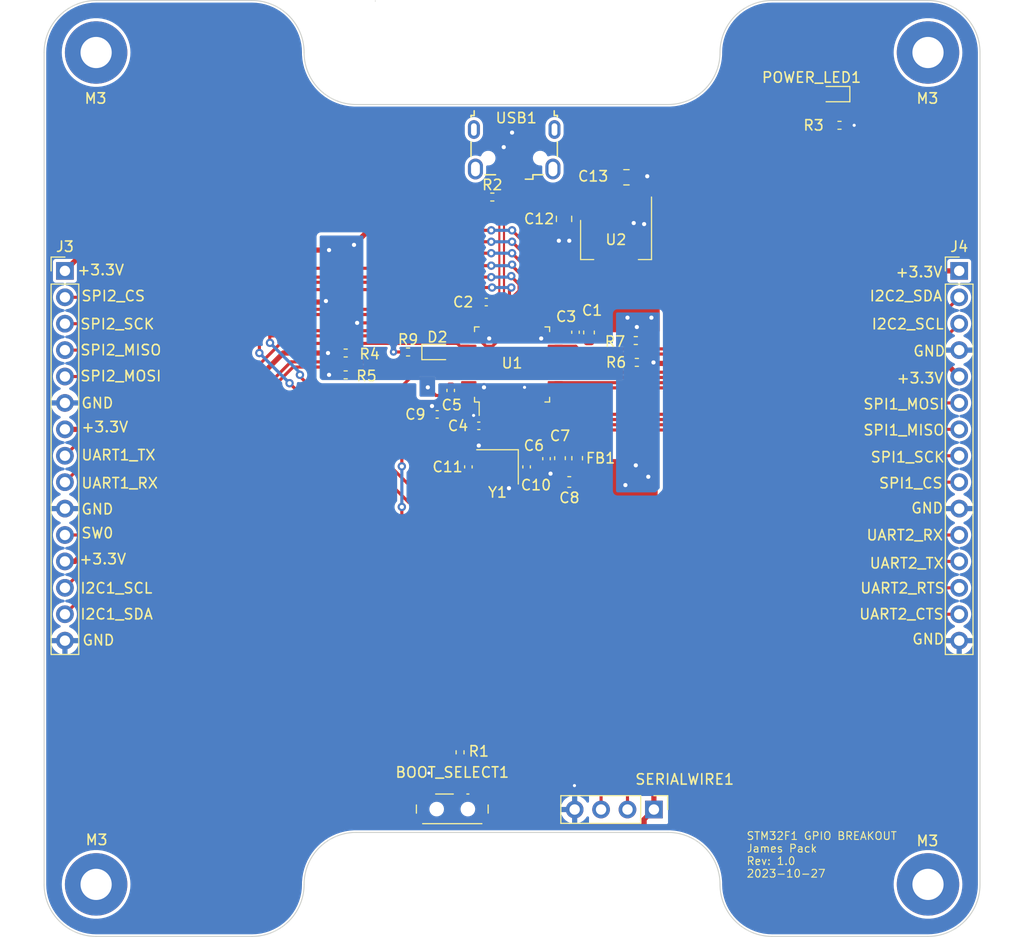
<source format=kicad_pcb>
(kicad_pcb (version 20221018) (generator pcbnew)
  (title_block (title "STM32F1 GPIO Breakout Board") (date "2023-10-27") (rev "1.0") (company "James Pack"))
  (layers (0 "F.Cu" signal) (31 "B.Cu" power) (34 "B.Paste" user) (35 "F.Paste" user) (36 "B.SilkS" user "B.Silkscreen") (37 "F.SilkS" user "F.Silkscreen") (38 "B.Mask" user) (39 "F.Mask" user) (44 "Edge.Cuts" user))
  (net 0 "")
  (net 1 "+3.3V")
  (net 2 "GND")
  (net 3 "+3.3VA")
  (net 4 "/NRST")
  (net 5 "HSE_IN")
  (net 6 "VBUS")
  (net 7 "/PWR_LED_K")
  (net 8 "/DEBUG_LED")
  (net 9 "/DEBUG_LED_K")
  (net 10 "USB_D-")
  (net 11 "USB_D+")
  (net 12 "SW0")
  (net 13 "/sw_boot0")
  (net 14 "/BOOT0")
  (net 15 "HSE_OUT")
  (net 16 "SWCLK")
  (net 17 "SWDIO")
  (net 20 "I2C1_SDA")
  (net 21 "I2C1_SCL")
  (net 24 "UART1_RX")
  (net 25 "UART1_TX")
  (net 27 "SPI2_MOSI")
  (net 28 "SPI2_MISO")
  (net 29 "SPI2_SCK")
  (net 30 "I2C2_SDA")
  (net 31 "I2C2_SCL")
  (net 35 "SPI1_MOSI")
  (net 36 "SPI1_MISO")
  (net 37 "SPI1_SCK")
  (net 41 "UART2_RX")
  (net 42 "UART2_TX")
  (net 43 "UART2_RTS")
  (net 44 "UART2_CTS")
  (net 45 "SPI2_CS")
  (net 46 "SPI1_CS")
  (footprint "MountingHole:MountingHole_3mm_Pad" (layer "F.Cu") (at 185 65)
    (fp_text reference "H2" hide)
    (fp_text value "MountingHole")
  )
  (footprint "MountingHole:MountingHole_3mm_Pad" (layer "F.Cu") (at 105 65)
    (fp_text reference "H1" hide)
    (fp_text value "MountingHole")
  )
  (footprint "MountingHole:MountingHole_3mm_Pad" (layer "F.Cu") (at 185 145)
    (fp_text reference "H3" hide)
    (fp_text value "MountingHole")
  )
  (footprint "Package_TO_SOT_SMD:SOT-223-3_TabPin2" (layer "F.Cu") (at 155 83 -90)
    (fp_text reference "U2")
    (fp_text value "AMS1117-3.3")
  )
  (footprint "Resistor_SMD:R_0402_1005Metric" (layer "F.Cu") (at 129 93.9)
    (fp_text reference "R4")
    (fp_text value "1k5")
  )
  (footprint "LED_SMD:LED_0603_1608Metric" (layer "F.Cu") (at 137.8125 93.8)
    (fp_text reference "D2")
    (fp_text value "BLUE")
  )
  (footprint "Capacitor_SMD:C_0402_1005Metric" (layer "F.Cu") (at 146.4 104.85 -90)
    (fp_text reference "C10")
    (fp_text value "10p")
  )
  (footprint "Inductor_SMD:L_0603_1608Metric" (layer "F.Cu") (at 151.262 104.014 -90)
    (fp_text reference "FB1")
    (fp_text value "120R")
  )
  (footprint "Resistor_SMD:R_0402_1005Metric" (layer "F.Cu") (at 129 96)
    (fp_text reference "R5")
    (fp_text value "1k5")
  )
  (footprint "Connector_USB:USB_Micro-B_Wuerth_629105150521" (layer "F.Cu") (at 145.205 74.355 180)
    (fp_text reference "USB1")
    (fp_text value "USB_B_Micro")
  )
  (footprint "Capacitor_SMD:C_0603_1608Metric" (layer "F.Cu") (at 152.4 91.925 -90)
    (fp_text reference "C1")
    (fp_text value "10u")
  )
  (footprint "Resistor_SMD:R_0402_1005Metric" (layer "F.Cu") (at 135 93.8 180)
    (fp_text reference "R9")
    (fp_text value "1k5")
  )
  (footprint "Crystal:Crystal_SMD_3225-4Pin_3.2x2.5mm" (layer "F.Cu") (at 143.6 104.85 180)
    (fp_text reference "Y1")
    (fp_text value "16MHz")
  )
  (footprint "Resistor_SMD:R_0402_1005Metric" (layer "F.Cu") (at 176.49 72)
    (fp_text reference "R3")
    (fp_text value "1k5")
  )
  (footprint "Package_QFP:LQFP-48_7x7mm_P0.5mm" (layer "F.Cu") (at 145 95 90)
    (fp_text reference "U1")
    (fp_text value "STM32F103C8T6")
  )
  (footprint "Capacitor_SMD:C_0603_1608Metric" (layer "F.Cu") (at 150.5 106.3 180)
    (fp_text reference "C8")
    (fp_text value "1u")
  )
  (footprint "Capacitor_SMD:C_0402_1005Metric" (layer "F.Cu") (at 141.8 100.9 180)
    (fp_text reference "C4")
    (fp_text value "100n")
  )
  (footprint "Capacitor_SMD:C_0603_1608Metric" (layer "F.Cu") (at 149.611 104.014 -90)
    (fp_text reference "C7")
    (fp_text value "1u")
  )
  (footprint "Capacitor_SMD:C_0402_1005Metric" (layer "F.Cu") (at 140.8 104.85 90)
    (fp_text reference "C11")
    (fp_text value "10p")
  )
  (footprint "Connector_PinHeader_2.54mm:PinHeader_1x15_P2.54mm_Vertical" (layer "F.Cu") (at 102 86)
    (fp_text reference "J3")
    (fp_text value "Conn_01x15_Pin")
  )
  (footprint "Capacitor_SMD:C_0402_1005Metric" (layer "F.Cu") (at 142.52 89)
    (fp_text reference "C2")
    (fp_text value "100n")
  )
  (footprint "Button_Switch_SMD:SW_SPDT_PCM12" (layer "F.Cu") (at 139.25 137.43)
    (fp_text reference "BOOT_SELECT1")
    (fp_text value "SW_SPDT")
  )
  (footprint "Resistor_SMD:R_0402_1005Metric" (layer "F.Cu") (at 143.1 78.9)
    (fp_text reference "R2")
    (fp_text value "1k5")
  )
  (footprint "Capacitor_SMD:C_0402_1005Metric" (layer "F.Cu") (at 139.1 97.5 90)
    (fp_text reference "C5")
    (fp_text value "100n")
  )
  (footprint "Resistor_SMD:R_0402_1005Metric" (layer "F.Cu") (at 157 94.8 180)
    (fp_text reference "R6")
    (fp_text value "1k5")
  )
  (footprint "Capacitor_SMD:C_0402_1005Metric" (layer "F.Cu") (at 151.1 91.9 -90)
    (fp_text reference "C3")
    (fp_text value "100n")
  )
  (footprint "Capacitor_SMD:C_0805_2012Metric" (layer "F.Cu") (at 156 77)
    (fp_text reference "C13")
    (fp_text value "22u")
  )
  (footprint "Connector_PinHeader_2.54mm:PinHeader_1x15_P2.54mm_Vertical" (layer "F.Cu") (at 188 86)
    (fp_text reference "J4")
    (fp_text value "Conn_01x15_Pin")
  )
  (footprint "Connector_PinHeader_2.54mm:PinHeader_1x04_P2.54mm_Vertical" (layer "F.Cu") (at 158.64 137.8 -90)
    (fp_text reference "SERIALWIRE1")
    (fp_text value "Conn_01x04_Pin")
  )
  (footprint "MountingHole:MountingHole_3mm_Pad" (layer "F.Cu") (at 105 145)
    (fp_text reference "H4" hide)
    (fp_text value "MountingHole")
  )
  (footprint "Resistor_SMD:R_0402_1005Metric" (layer "F.Cu") (at 156.9 92.7 180)
    (fp_text reference "R7")
    (fp_text value "1k5")
  )
  (footprint "Capacitor_SMD:C_0805_2012Metric" (layer "F.Cu") (at 150 81 -90)
    (fp_text reference "C12")
    (fp_text value "22u")
  )
  (footprint "LED_SMD:LED_0603_1608Metric" (layer "F.Cu") (at 176 69 180)
    (fp_text reference "POWER_LED1")
    (fp_text value "GREEN")
  )
  (footprint "Capacitor_SMD:C_0402_1005Metric" (layer "F.Cu") (at 137.8 99.8)
    (fp_text reference "C9")
    (fp_text value "100n")
  )
  (footprint "Resistor_SMD:R_0402_1005Metric" (layer "F.Cu") (at 140 132.3 90)
    (fp_text reference "R1")
    (fp_text value "10k")
  )
  (footprint "Capacitor_SMD:C_0402_1005Metric" (layer "F.Cu") (at 148.312 104.062 -90)
    (fp_text reference "C6")
    (fp_text value "10n")
  )
  (gr_arc (start 165 65) (mid 163.535534 68.535534) (end 160 70) (stroke (width 0.1)) (layer "Edge.Cuts"))
  (gr_arc (start 190 145) (mid 188.535534 148.535534) (end 185 150) (stroke (width 0.1)) (layer "Edge.Cuts"))
  (gr_line (start 170 150) (end 185 150) (stroke (width 0.1)) (layer "Edge.Cuts"))
  (gr_arc (start 125 145) (mid 126.464466 141.464466) (end 130 140) (stroke (width 0.1)) (layer "Edge.Cuts"))
  (gr_arc (start 165 65) (mid 166.464466 61.464466) (end 170 60) (stroke (width 0.1)) (layer "Edge.Cuts"))
  (gr_line (start 120 150) (end 105 150) (stroke (width 0.1)) (layer "Edge.Cuts"))
  (gr_arc (start 170 150) (mid 166.464466 148.535534) (end 165 145) (stroke (width 0.1)) (layer "Edge.Cuts"))
  (gr_line (start 130 140) (end 160 140) (stroke (width 0.1)) (layer "Edge.Cuts"))
  (gr_line (start 170 60) (end 185 60) (stroke (width 0.1)) (layer "Edge.Cuts"))
  (gr_line (start 105 60) (end 120 60) (stroke (width 0.1)) (layer "Edge.Cuts"))
  (gr_line (start 190 65) (end 190 145) (stroke (width 0.1)) (layer "Edge.Cuts"))
  (gr_arc (start 100 65) (mid 101.464466 61.464466) (end 105 60) (stroke (width 0.1)) (layer "Edge.Cuts"))
  (gr_arc (start 120 60) (mid 123.535534 61.464466) (end 125 65) (stroke (width 0.1)) (layer "Edge.Cuts"))
  (gr_arc (start 125 145) (mid 123.535534 148.535534) (end 120 150) (stroke (width 0.1)) (layer "Edge.Cuts"))
  (gr_arc (start 160 140) (mid 163.535534 141.464466) (end 165 145) (stroke (width 0.1)) (layer "Edge.Cuts"))
  (gr_arc (start 130 70) (mid 126.464466 68.535534) (end 125 65) (stroke (width 0.1)) (layer "Edge.Cuts"))
  (gr_line (start 130 70) (end 160 70) (stroke (width 0.1)) (layer "Edge.Cuts"))
  (gr_line (start 100 65) (end 100 145) (stroke (width 0.1)) (layer "Edge.Cuts"))
  (gr_line (start 131.85 60.05) (end 131.85 60.05) (stroke (width 0.1)) (layer "Edge.Cuts"))
  (gr_arc (start 105 150) (mid 101.464466 148.535534) (end 100 145) (stroke (width 0.1)) (layer "Edge.Cuts"))
  (gr_arc (start 185 60) (mid 188.535534 61.464466) (end 190 65) (stroke (width 0.1)) (layer "Edge.Cuts"))
  (gr_text "UART2_CTS" (at 178.3 119.6) (layer "F.SilkS") (effects (font (size 1 1)) (justify left bottom)))
  (gr_text "I2C2_SDA" (at 179.3 89) (layer "F.SilkS") (effects (font (size 1 1)) (justify left bottom)))
  (gr_text "SPI2_MISO" (at 103.4 94.2) (layer "F.SilkS") (effects (font (size 1 1)) (justify left bottom)))
  (gr_text "GND" (at 183.4 122) (layer "F.SilkS") (effects (font (size 1 1)) (justify left bottom)))
  (gr_text "+3.3V" (at 103.3 114.3) (layer "F.SilkS") (effects (font (size 1 1)) (justify left bottom)))
  (gr_text "M3" (at 103.8 70) (layer "F.SilkS") (effects (font (size 1 1)) (justify left bottom)))
  (gr_text "GND" (at 183.5 94.3) (layer "F.SilkS") (effects (font (size 1 1)) (justify left bottom)))
  (gr_text "GND" (at 103.5 109.5) (layer "F.SilkS") (effects (font (size 1 1)) (justify left bottom)))
  (gr_text "UART2_TX" (at 179.3 114.7) (layer "F.SilkS") (effects (font (size 1 1)) (justify left bottom)))
  (gr_text "UART1_TX" (at 103.5 104.3) (layer "F.SilkS") (effects (font (size 1 1)) (justify left bottom)))
  (gr_text "M3" (at 103.9 141.3) (layer "F.SilkS") (effects (font (size 1 1)) (justify left bottom)))
  (gr_text "SPI1_SCK" (at 179.4 104.5) (layer "F.SilkS") (effects (font (size 1 1)) (justify left bottom)))
  (gr_text "SPI1_MOSI" (at 178.7 99.4) (layer "F.SilkS") (effects (font (size 1 1)) (justify left bottom)))
  (gr_text "+3.3V" (at 181.8 86.7) (layer "F.SilkS") (effects (font (size 1 1)) (justify left bottom)))
  (gr_text "SPI1_CS" (at 180.2 107) (layer "F.SilkS") (effects (font (size 1 1)) (justify left bottom)))
  (gr_text "SPI1_MISO" (at 178.7 101.9) (layer "F.SilkS") (effects (font (size 1 1)) (justify left bottom)))
  (gr_text "+3.3V" (at 181.9 96.9) (layer "F.SilkS") (effects (font (size 1 1)) (justify left bottom)))
  (gr_text "UART2_RX" (at 179 112) (layer "F.SilkS") (effects (font (size 1 1)) (justify left bottom)))
  (gr_text "UART1_RX" (at 103.5 107) (layer "F.SilkS") (effects (font (size 1 1)) (justify left bottom)))
  (gr_text "SPI2_CS" (at 103.5 89) (layer "F.SilkS") (effects (font (size 1 1)) (justify left bottom)))
  (gr_text "GND" (at 183.3 109.4) (layer "F.SilkS") (effects (font (size 1 1)) (justify left bottom)))
  (gr_text "GND" (at 103.6 122.1) (layer "F.SilkS") (effects (font (size 1 1)) (justify left bottom)))
  (gr_text "+3.3V" (at 103.1 86.5) (layer "F.SilkS") (effects (font (size 1 1)) (justify left bottom)))
  (gr_text "GND" (at 103.5 99.3) (layer "F.SilkS") (effects (font (size 1 1)) (justify left bottom)))
  (gr_text "STM32F1 GPIO BREAKOUT\nJames Pack\nRev: 1.0\n2023-10-27" (at 167.5 144.4) (layer "F.SilkS") (effects (font (size 0.75 0.75) (thickness 0.1)) (justify left bottom)))
  (gr_text "M3" (at 183.8 70) (layer "F.SilkS") (effects (font (size 1 1)) (justify left bottom)))
  (gr_text "M3" (at 183.8 141.4) (layer "F.SilkS") (effects (font (size 1 1)) (justify left bottom)))
  (gr_text "I2C2_SCL" (at 179.5 91.7) (layer "F.SilkS") (effects (font (size 1 1)) (justify left bottom)))
  (gr_text "SPI2_SCK" (at 103.4 91.7) (layer "F.SilkS") (effects (font (size 1 1)) (justify left bottom)))
  (gr_text "SPI2_MOSI" (at 103.4 96.7) (layer "F.SilkS") (effects (font (size 1 1)) (justify left bottom)))
  (gr_text "+3.3V" (at 103.5 101.6) (layer "F.SilkS") (effects (font (size 1 1)) (justify left bottom)))
  (gr_text "I2C1_SDA" (at 103.4 119.6) (layer "F.SilkS") (effects (font (size 1 1)) (justify left bottom)))
  (gr_text "SW0" (at 103.5 111.8) (layer "F.SilkS") (effects (font (size 1 1)) (justify left bottom)))
  (gr_text "UART2_RTS" (at 178.4 117.1) (layer "F.SilkS") (effects (font (size 1 1)) (justify left bottom)))
  (gr_text "I2C1_SCL" (at 103.4 117.1) (layer "F.SilkS") (effects (font (size 1 1)) (justify left bottom)))
  (segment (start 123 93.9) (end 102.96 113.94) (width 0.5) (layer "F.Cu") (net 1))
  (segment (start 155 79.85) (end 155 77.05) (width 0.5) (layer "F.Cu") (net 1))
  (segment (start 158.64 137.8) (end 158.64 106.34) (width 0.5) (layer "F.Cu") (net 1))
  (segment (start 115.748528 89) (end 115.724264 89.024264) (width 0.5) (layer "F.Cu") (net 1))
  (segment (start 115.724264 89.024264) (end 103.508528 101.24) (width 0.5) (layer "F.Cu") (net 1))
  (segment (start 186.74 94.9) (end 188 96.16) (width 0.5) (layer "F.Cu") (net 1))
  (segment (start 149.9925 91.42) (end 151.1 91.42) (width 0.3) (layer "F.Cu") (net 1))
  (segment (start 160.20625 84.00625) (end 175.2125 69) (width 0.3) (layer "F.Cu") (net 1))
  (segment (start 140.04 91) (end 130.1 91) (width 0.3) (layer "F.Cu") (net 1))
  (segment (start 157.41 91.81) (end 157 91.4) (width 0.3) (layer "F.Cu") (net 1))
  (segment (start 155.15 86) (end 155 86.15) (width 0.5) (layer "F.Cu") (net 1))
  (segment (start 157.41 92.8) (end 157.41 91.81) (width 0.3) (layer "F.Cu") (net 1))
  (segment (start 140.8375 97.75) (end 140.2 97.75) (width 0.3) (layer "F.Cu") (net 1))
  (segment (start 142.04 89) (end 140.04 91) (width 0.3) (layer "F.Cu") (net 1))
  (segment (start 160 75.1) (end 155.1 75.1) (width 0.3) (layer "F.Cu") (net 1))
  (segment (start 139.97 97.98) (end 139.1 97.98) (width 0.3) (layer "F.Cu") (net 1))
  (segment (start 138.5 104.99) (end 142.28 101.21) (width 0.3) (layer "F.Cu") (net 1))
  (segment (start 102.96 113.94) (end 102 113.94) (width 0.5) (layer "F.Cu") (net 1))
  (segment (start 140.2 97.75) (end 139.97 97.98) (width 0.3) (layer "F.Cu") (net 1))
  (segment (start 128.49 93.9) (end 127.3 93.9) (width 0.3) (layer "F.Cu") (net 1))
  (segment (start 158.64 106.34) (end 158.1 105.8) (width 0.5) (layer "F.Cu") (net 1))
  (segment (start 151.262 104.8015) (end 151.262 106.287) (width 0.5) (layer "F.Cu") (net 1))
  (segment (start 142.25 100.87) (end 142.28 100.9) (width 0.3) (layer "F.Cu") (net 1))
  (segment (start 160.20625 84.00625) (end 160.20625 75.30625) (width 0.3) (layer "F.Cu") (net 1))
  (segment (start 142.04 89.99) (end 142.04 89) (width 0.3) (layer "F.Cu") (net 1))
  (segment (start 144.976396 139.4) (end 157.7 139.4) (width 0.5) (layer "F.Cu") (net 1))
  (segment (start 137.68 97.98) (end 136.9 97.2) (width 0.3) (layer "F.Cu") (net 1))
  (segment (start 151.37 91.15) (end 151.1 91.42) (width 0.5) (layer "F.Cu") (net 1))
  (segment (start 150.85 107.65) (end 150.9 107.7) (width 0.3) (layer "F.Cu") (net 1))
  (segment (start 158.6 94.805061) (end 158.694939 94.9) (width 0.5) (layer "F.Cu") (net 1))
  (segment (start 149.1625 92.25) (end 149.9925 91.42) (width 0.3) (layer "F.Cu") (net 1))
  (segment (start 158.594939 94.8) (end 158.6 94.805061) (width 0.3) (layer "F.Cu") (net 1))
  (segment (start 155.1 75.1) (end 155.05 75.15) (width 0.3) (layer "F.Cu") (net 1))
  (segment (start 155.05 75.15) (end 155.05 77) (width 0.3) (layer "F.Cu") (net 1))
  (segment (start 155 77.05) (end 155.05 77) (width 0.5) (layer "F.Cu") (net 1))
  (segment (start 143.376396 137.8) (end 142.513604 137.8) (width 0.5) (layer "F.Cu") (net 1))
  (segment (start 143.376396 137.8) (end 144.976396 139.4) (width 0.5) (layer "F.Cu") (net 1))
  (segment (start 142.25 99.1625) (end 142.25 100.87) (width 0.3) (layer "F.Cu") (net 1))
  (segment (start 127.2 89) (end 115.748528 89) (width 0.5) (layer "F.Cu") (net 1))
  (segment (start 128.49 96) (end 127.4 96) (width 0.3) (layer "F.Cu") (net 1))
  (segment (start 158.694939 94.9) (end 186.74 94.9) (width 0.5) (layer "F.Cu") (net 1))
  (segment (start 139.1 97.98) (end 137.68 97.98) (width 0.3) (layer "F.Cu") (net 1))
  (segment (start 155.9 106.6) (end 154.6 107.9) (width 0.3) (layer "F.Cu") (net 1))
  (segment (start 142.28 101.21) (end 142.28 100.9) (width 0.3) (layer "F.Cu") (net 1))
  (segment (start 134.4 78.9) (end 142.59 78.9) (width 0.5) (layer "F.Cu") (net 1))
  (segment (start 157.51 94.8) (end 158.594939 94.8) (width 0.3) (layer "F.Cu") (net 1))
  (segment (start 157.7 138.74) (end 158.64 137.8) (width 0.5) (layer "F.Cu") (net 1))
  (segment (start 188 86) (end 155.15 86) (width 0.5) (layer "F.Cu") (net 1))
  (segment (start 157.7 139.4) (end 157.7 138.74) (width 0.5) (layer "F.Cu") (net 1))
  (segment (start 129.8 83.5) (end 134.4 78.9) (width 0.5) (layer "F.Cu") (net 1))
  (segment (start 142.25 89.21) (end 142.04 89) (width 0.3) (layer "F.Cu") (net 1))
  (segment (start 142.25 90.8375) (end 142.25 90.2) (width 0.3) (layer "F.Cu") (net 1))
  (segment (start 155 86.15) (end 158.0625 86.15) (width 0.3) (layer "F.Cu") (net 1))
  (segment (start 152.4 91.15) (end 151.37 91.15) (width 0.5) (layer "F.Cu") (net 1))
  (segment (start 151.262 106.287) (end 151.275 106.3) (width 0.5) (layer "F.Cu") (net 1))
  (segment (start 104 84) (end 102 86) (width 0.5) (layer "F.Cu") (net 1))
  (segment (start 142.513604 137.8) (end 141.5 136.786396) (width 0.5) (layer "F.Cu") (net 1))
  (segment (start 141.5 136.786396) (end 141.5 136) (width 0.5) (layer "F.Cu") (net 1))
  (segment (start 160.20625 75.30625) (end 160 75.1) (width 0.3) (layer "F.Cu") (net 1))
  (segment (start 154.6 108.7) (end 138.5 108.7) (width 0.3) (layer "F.Cu") (net 1))
  (segment (start 127.4 84) (end 104 84) (width 0.5) (layer "F.Cu") (net 1))
  (segment (start 127.3 93.9) (end 123 93.9) (width 0.5) (layer "F.Cu") (net 1))
  (segment (start 154.6 107.9) (end 154.6 108.7) (width 0.3) (layer "F.Cu") (net 1))
  (segment (start 142.25 90.2) (end 142.04 89.99) (width 0.3) (layer "F.Cu") (net 1))
  (segment (start 158.0625 86.15) (end 160.20625 84.00625) (width 0.3) (layer "F.Cu") (net 1))
  (segment (start 103.508528 101.24) (end 102 101.24) (width 0.5) (layer "F.Cu") (net 1))
  (segment (start 138.5 108.7) (end 138.5 104.99) (width 0.3) (layer "F.Cu") (net 1))
  (via (at 130.1 91) (size 0.8) (drill 0.4) (layers "F.Cu" "B.Cu") (net 1))
  (via (at 156.9 104.7) (size 0.8) (drill 0.4) (layers "F.Cu" "B.Cu") (net 1))
  (via (at 158.4 90.5) (size 0.8) (drill 0.4) (layers "F.Cu" "B.Cu") (net 1))
  (via (at 127.1 88.9) (size 0.8) (drill 0.4) (layers "F.Cu" "B.Cu") (net 1))
  (via (at 155.9 106.6) (size 0.8) (drill 0.4) (layers "F.Cu" "B.Cu") (net 1))
  (via (at 156.1 90.5) (size 0.8) (drill 0.4) (layers "F.Cu" "B.Cu") (net 1))
  (via (at 127.4 96) (size 0.8) (drill 0.4) (layers "F.Cu" "B.Cu") (net 1))
  (via (at 158.6 94.805061) (size 0.8) (drill 0.4) (layers "F.Cu" "B.Cu") (net 1))
  (via (at 129.8 83.5) (size 0.8) (drill 0.4) (layers "F.Cu" "B.Cu") (net 1))
  (via (at 158.1 105.8) (size 0.8) (drill 0.4) (layers "F.Cu" "B.Cu") (net 1))
  (via (at 127.3 93.9) (size 0.8) (drill 0.4) (layers "F.Cu" "B.Cu") (net 1))
  (via (at 157 91.4) (size 0.8) (drill 0.4) (layers "F.Cu" "B.Cu") (net 1))
  (via (at 127.4 84) (size 0.8) (drill 0.4) (layers "F.Cu" "B.Cu") (net 1))
  (via (at 136.9 97.2) (size 0.8) (drill 0.4) (layers "F.Cu" "B.Cu") (net 1))
  (segment (start 142.15 97.25) (end 142.3 97.1) (width 0.3) (layer "F.Cu") (net 2))
  (segment (start 142.75 89.998958) (end 143 89.748958) (width 0.3) (layer "F.Cu") (net 2))
  (segment (start 149.611 104.789) (end 149.611 106.186) (width 0.5) (layer "F.Cu") (net 2))
  (segment (start 149.611 104.789) (end 149.411 104.789) (width 0.5) (layer "F.Cu") (net 2))
  (segment (start 140.8375 97.25) (end 142.15 97.25) (width 0.3) (layer "F.Cu") (net 2))
  (segment (start 151 135.5) (end 151.02 135.52) (width 0.3) (layer "F.Cu") (net 2))
  (segment (start 142.5 104) (end 141.17 104) (width 0.3) (layer "F.Cu") (net 2))
  (segment (start 149.411 104.789) (end 148.7 105.5) (width 0.5) (layer "F.Cu") (net 2))
  (segment (start 157.3 79.85) (end 157.3 77.35) (width 0.5) (layer "F.Cu") (net 2))
  (segment (start 141.32 100.9) (end 141.3 99.9) (width 0.3) (layer "F.Cu") (net 2))
  (segment (start 150.73 92.75) (end 151.1 92.38) (width 0.3) (layer "F.Cu") (net 2))
  (segment (start 146.1 97.9) (end 146.2 97.8) (width 0.3) (layer "F.Cu") (net 2))
  (segment (start 142.5 103.5) (end 141.8 102.8) (width 0.3) (layer "F.Cu") (net 2))
  (segment (start 148.559 104.789) (end 148.312 104.542) (width 0.5) (layer "F.Cu") (net 2))
  (segment (start 147.85 92.75) (end 147.8 92.8) (width 0.3) (layer "F.Cu") (net 2))
  (segment (start 145.75 99.1625) (end 145.75 98.25) (width 0.3) (layer "F.Cu") (net 2))
  (segment (start 142.75 92.15) (end 142.8 92.2) (width 0.3) (layer "F.Cu") (net 2))
  (segment (start 143 89.748958) (end 143 89) (width 0.3) (layer "F.Cu") (net 2))
  (segment (start 151.42 92.7) (end 151.1 92.38) (width 0.5) (layer "F.Cu") (net 2))
  (segment (start 137.32 99.8) (end 137.3 99) (width 0.3) (layer "F.Cu") (net 2))
  (segment (start 139.998958 97.25) (end 139.768958 97.02) (width 0.3) (layer "F.Cu") (net 2))
  (segment (start 137.3 99) (end 137.32 99.02) (width 0.3) (layer "F.Cu") (net 2))
  (segment (start 142.5 104) (end 142.5 103.5) (width 0.3) (layer "F.Cu") (net 2))
  (segment (start 141.3 99.9) (end 141.32 99.92) (width 0.3) (layer "F.Cu") (net 2))
  (segment (start 152.4 92.7) (end 151.42 92.7) (width 0.5) (layer "F.Cu") (net 2))
  (segment (start 144.7 105.7) (end 146.03 105.7) (width 0.3) (layer "F.Cu") (net 2))
  (segment (start 149.1625 92.75) (end 150.73 92.75) (width 0.3) (layer "F.Cu") (net 2))
  (segment (start 144.555 75.055) (end 144.2 74.7) (width 0.3) (layer "F.Cu") (net 2))
  (segment (start 142.75 90.8375) (end 142.75 92.15) (width 0.3) (layer "F.Cu") (net 2))
  (segment (start 141.17 104) (end 140.8 104.37) (width 0.3) (layer "F.Cu") (net 2))
  (segment (start 149.611 106.186) (end 149.725 106.3) (width 0.5) (layer "F.Cu") (net 2))
  (segment (start 134.49 93.8) (end 133.6 93.8) (width 0.3) (layer "F.Cu") (net 2))
  (segment (start 144.7 105.7) (end 144.7 106.9) (width 0.3) (layer "F.Cu") (net 2))
  (segment (start 177 72) (end 177.9 72) (width 0.3) (layer "F.Cu") (net 2))
  (segment (start 144.2 74.7) (end 144.2 74.1) (width 0.3) (layer "F.Cu") (net 2))
  (segment (start 149.1625 92.75) (end 147.85 92.75) (width 0.3) (layer "F.Cu") (net 2))
  (segment (start 146.2 97.8) (end 146.2 97.2) (width 0.3) (layer "F.Cu") (net 2))
  (segment (start 139.768958 97.02) (end 139.1 97.02) (width 0.3) (layer "F.Cu") (net 2))
  (segment (start 137 136) (end 137 134.3) (width 0.3) (layer "F.Cu") (net 2))
  (segment (start 157.3 77.35) (end 156.95 77) (width 0.5) (layer "F.Cu") (net 2))
  (segment (start 146.03 105.7) (end 146.4 105.33) (width 0.3) (layer "F.Cu") (net 2))
  (segment (start 146.2 97.2) (end 146.2 97.3) (width 0.3) (layer "F.Cu") (net 2))
  (segment (start 151.02 137.8) (end 151 135.5) (width 0.3) (layer "F.Cu") (net 2))
  (segment (start 140.8375 97.25) (end 139.998958 97.25) (width 0.3) (layer "F.Cu") (net 2))
  (segment (start 145.75 98.25) (end 146.1 97.9) (width 0.3) (layer "F.Cu") (net 2))
  (segment (start 149.611 104.789) (end 148.559 104.789) (width 0.5) (layer "F.Cu") (net 2))
  (segment (start 142.75 90.8375) (end 142.75 89.998958) (width 0.3) (layer "F.Cu") (net 2))
  (segment (start 144.555 76.255) (end 144.555 75.055) (width 0.3) (layer "F.Cu") (net 2))
  (via (at 144.7 106.9) (size 0.8) (drill 0.4) (layers "F.Cu" "B.Cu") (net 2))
  (via (at 142.3 97.2) (size 0.8) (drill 0.4) (layers "F.Cu" "B.Cu") (net 2))
  (via (at 149.5 83.1) (size 0.8) (drill 0.4) (layers "F.Cu" "B.Cu") (net 2))
  (via (at 137.3 99) (size 0.8) (drill 0.4) (layers "F.Cu" "B.Cu") (net 2))
  (via (at 146.2 97.2) (size 0.7) (drill 0.3) (layers "F.Cu" "B.Cu") (net 2))
  (via (at 148.7 105.5) (size 0.8) (drill 0.4) (layers "F.Cu" "B.Cu") (net 2))
  (via (at 150.5 83.1) (size 0.8) (drill 0.4) (layers "F.Cu" "B.Cu") (net 2))
  (via (at 141.3 99.9) (size 0.7) (drill 0.3) (layers "F.Cu" "B.Cu") (net 2))
  (via (at 151 135.5) (size 0.7) (drill 0.3) (layers "F.Cu" "B.Cu") (net 2))
  (via (at 157.7 81.5) (size 0.8) (drill 0.4) (layers "F.Cu" "B.Cu") (net 2))
  (via (at 141.8 102.8) (size 0.8) (drill 0.4) (layers "F.Cu" "B.Cu") (net 2))
  (via (at 147.8 92.5) (size 0.8) (drill 0.4) (layers "F.Cu" "B.Cu") (net 2))
  (via (at 137 134.3) (size 0.7) (drill 0.3) (layers "F.Cu" "B.Cu") (net 2))
  (via (at 156.7 81.4) (size 0.8) (drill 0.4) (layers "F.Cu" "B.Cu") (net 2))
  (via (at 144.2 74.1) (size 0.8) (drill 0.4) (layers "F.Cu" "B.Cu") (net 2))
  (via (at 158 76.9) (size 0.8) (drill 0.4) (layers "F.Cu" "B.Cu") (net 2))
  (via (at 177.9 72) (size 0.7) (drill 0.3) (layers "F.Cu" "B.Cu") (net 2))
  (via (at 145 72.7) (size 0.8) (drill 0.4) (layers "F.Cu" "B.Cu") (net 2))
  (via (at 142.8 92.5) (size 0.8) (drill 0.4) (layers "F.Cu" "B.Cu") (net 2))
  (via (at 133.6 93.8) (size 0.7) (drill 0.3) (layers "F.Cu" "B.Cu") (net 2))
  (segment (start 148.655 103.239) (end 148.312 103.582) (width 0.5) (layer "F.Cu") (net 3))
  (segment (start 149.611 103.239) (end 148.655 103.239) (width 0.5) (layer "F.Cu") (net 3))
  (segment (start 146.25 99.1625) (end 146.25 100.001042) (width 0.3) (layer "F.Cu") (net 3))
  (segment (start 146 102.6) (end 146.982 103.582) (width 0.3) (layer "F.Cu") (net 3))
  (segment (start 146.25 100.001042) (end 146 100.251042) (width 0.3) (layer "F.Cu") (net 3))
  (segment (start 151.262 103.2265) (end 149.6235 103.2265) (width 0.5) (layer "F.Cu") (net 3))
  (segment (start 146 100.251042) (end 146 102.6) (width 0.3) (layer "F.Cu") (net 3))
  (segment (start 149.6235 103.2265) (end 149.611 103.239) (width 0.5) (layer "F.Cu") (net 3))
  (segment (start 146.982 103.582) (end 148.312 103.582) (width 0.3) (layer "F.Cu") (net 3))
  (segment (start 145.25 99.1625) (end 145.25 98.25) (width 0.3) (layer "F.Cu") (net 4))
  (segment (start 145 98) (end 141.926042 98) (width 0.3) (layer "F.Cu") (net 4))
  (segment (start 145.25 98.25) (end 145 98) (width 0.3) (layer "F.Cu") (net 4))
  (segment (start 141.926042 98) (end 140.126042 99.8) (width 0.3) (layer "F.Cu") (net 4))
  (segment (start 140.126042 99.8) (end 138.28 99.8) (width 0.3) (layer "F.Cu") (net 4))
  (segment (start 144.75 99.1625) (end 144.75 103.95) (width 0.3) (layer "F.Cu") (net 5))
  (segment (start 145.85 104) (end 144.7 104) (width 0.3) (layer "F.Cu") (net 5))
  (segment (start 146.22 104.37) (end 145.85 104) (width 0.3) (layer "F.Cu") (net 5))
  (segment (start 144.75 103.95) (end 144.7 104) (width 0.3) (layer "F.Cu") (net 5))
  (segment (start 146.4 104.37) (end 146.22 104.37) (width 0.3) (layer "F.Cu") (net 5))
  (segment (start 150.2 79.85) (end 150 80.05) (width 0.5) (layer "F.Cu") (net 6))
  (segment (start 152.7 79.85) (end 152.7 79.3) (width 0.5) (layer "F.Cu") (net 6))
  (segment (start 176.7875 69.7125) (end 175.98 70.52) (width 0.3) (layer "F.Cu") (net 7))
  (segment (start 176.7875 69) (end 176.7875 69.7125) (width 0.3) (layer "F.Cu") (net 7))
  (segment (start 175.98 70.52) (end 175.98 72) (width 0.3) (layer "F.Cu") (net 7))
  (segment (start 140.8375 93.75) (end 138.65 93.75) (width 0.3) (layer "F.Cu") (net 8))
  (segment (start 138.65 93.75) (end 138.6 93.8) (width 0.3) (layer "F.Cu") (net 8))
  (segment (start 137.025 93.8) (end 135.51 93.8) (width 0.3) (layer "F.Cu") (net 9))
  (segment (start 144.225 78.930607) (end 144.225 89.706249) (width 0.2) (layer "F.Cu") (net 10))
  (segment (start 145.73 76.38) (end 145.73 77.425607) (width 0.2) (layer "F.Cu") (net 10))
  (segment (start 144.25 89.731249) (end 144.25 90.8375) (width 0.2) (layer "F.Cu") (net 10))
  (segment (start 145.73 77.425607) (end 144.225 78.930607) (width 0.2) (layer "F.Cu") (net 10))
  (segment (start 144.225 89.706249) (end 144.25 89.731249) (width 0.2) (layer "F.Cu") (net 10))
  (segment (start 145.855 76.255) (end 145.73 76.38) (width 0.2) (layer "F.Cu") (net 10))
  (segment (start 145.205 76.268603) (end 145.08 76.393603) (width 0.2) (layer "F.Cu") (net 11))
  (segment (start 143.75 89.731249) (end 143.75 90.8375) (width 0.2) (layer "F.Cu") (net 11))
  (segment (start 143.775 78.744239) (end 143.775 89.706249) (width 0.2) (layer "F.Cu") (net 11))
  (segment (start 143.775 89.706249) (end 143.75 89.731249) (width 0.2) (layer "F.Cu") (net 11))
  (segment (start 145.08 77.439239) (end 143.775 78.744239) (width 0.2) (layer "F.Cu") (net 11))
  (segment (start 145.205 76.255) (end 145.205 76.268603) (width 0.2) (layer "F.Cu") (net 11))
  (segment (start 145.08 76.393603) (end 145.08 77.439239) (width 0.2) (layer "F.Cu") (net 11))
  (segment (start 104.3 111.4) (end 102 111.4) (width 0.3) (layer "F.Cu") (net 12))
  (segment (start 139.998958 93.25) (end 139.723958 92.975) (width 0.3) (layer "F.Cu") (net 12))
  (segment (start 140.8375 93.25) (end 139.998958 93.25) (width 0.3) (layer "F.Cu") (net 12))
  (segment (start 139.723958 92.975) (end 122.725 92.975) (width 0.3) (layer "F.Cu") (net 12))
  (segment (start 122.725 92.975) (end 104.3 111.4) (width 0.3) (layer "F.Cu") (net 12))
  (segment (start 140 132.81) (end 140 136) (width 0.3) (layer "F.Cu") (net 13))
  (segment (start 140.8375 95.75) (end 135.75 95.75) (width 0.3) (layer "F.Cu") (net 14))
  (segment (start 134.4 97.1) (end 134.4 104.8) (width 0.3) (layer "F.Cu") (net 14))
  (segment (start 140 130.3) (end 140 131.79) (width 0.3) (layer "F.Cu") (net 14))
  (segment (start 135.75 95.75) (end 134.4 97.1) (width 0.3) (layer "F.Cu") (net 14))
  (segment (start 134.4 108.7) (end 134.4 124.7) (width 0.3) (layer "F.Cu") (net 14))
  (segment (start 134.4 124.7) (end 140 130.3) (width 0.3) (layer "F.Cu") (net 14))
  (via (at 134.4 104.8) (size 0.8) (drill 0.4) (layers "F.Cu" "B.Cu") (net 14))
  (via (at 134.4 108.7) (size 0.8) (drill 0.4) (layers "F.Cu" "B.Cu") (net 14))
  (segment (start 134.4 104.8) (end 134.4 108.7) (width 0.3) (layer "B.Cu") (net 14))
  (segment (start 143.851042 100.4) (end 143.8 100.4) (width 0.3) (layer "F.Cu") (net 15))
  (segment (start 143.2 105.7) (end 142.5 105.7) (width 0.3) (layer "F.Cu") (net 15))
  (segment (start 140.8 105.33) (end 141.08 105.33) (width 0.3) (layer "F.Cu") (net 15))
  (segment (start 144.25 99.1625) (end 144.25 100.001042) (width 0.3) (layer "F.Cu") (net 15))
  (segment (start 143.55 100.65) (end 143.55 105.35) (width 0.3) (layer "F.Cu") (net 15))
  (segment (start 143.8 100.4) (end 143.55 100.65) (width 0.3) (layer "F.Cu") (net 15))
  (segment (start 144.25 100.001042) (end 143.851042 100.4) (width 0.3) (layer "F.Cu") (net 15))
  (segment (start 141.45 105.7) (end 142.5 105.7) (width 0.3) (layer "F.Cu") (net 15))
  (segment (start 143.55 105.35) (end 143.2 105.7) (width 0.3) (layer "F.Cu") (net 15))
  (segment (start 141.08 105.33) (end 141.45 105.7) (width 0.3) (layer "F.Cu") (net 15))
  (segment (start 124.6 95.9995) (end 124.6 96.1495) (width 0.3) (layer "F.Cu") (net 16))
  (segment (start 133.7 105.2) (end 156.1 127.6) (width 0.3) (layer "F.Cu") (net 16))
  (segment (start 133.6505 105.2) (end 133.7 105.2) (width 0.3) (layer "F.Cu") (net 16))
  (segment (start 121.7 92.9) (end 121.720023 92.920023) (width 0.3) (layer "F.Cu") (net 16))
  (segment (start 156.1 127.6) (end 156.1 137.8) (width 0.3) (layer "F.Cu") (net 16))
  (segment (start 140.8375 92.25) (end 121.7 92.25) (width 0.3) (layer "F.Cu") (net 16))
  (segment (start 124.6 96.1495) (end 133.6505 105.2) (width 0.3) (layer "F.Cu") (net 16))
  (segment (start 121.7 92.25) (end 121.7 92.9) (width 0.3) (layer "F.Cu") (net 16))
  (via (at 124.6 95.9995) (size 0.8) (drill 0.4) (layers "F.Cu" "B.Cu") (net 16))
  (via (at 121.720023 92.920023) (size 0.8) (drill 0.4) (layers "F.Cu" "B.Cu") (net 16))
  (segment (start 121.720023 92.920023) (end 124.6 95.8) (width 0.3) (layer "B.Cu") (net 16))
  (segment (start 124.6 95.8) (end 124.6 95.9995) (width 0.3) (layer "B.Cu") (net 16))
  (segment (start 143.25 90.8375) (end 143.25 91.889339) (width 0.3) (layer "F.Cu") (net 17))
  (segment (start 142.489339 93.25) (end 141.998958 92.759619) (width 0.3) (layer "F.Cu") (net 17))
  (segment (start 141.998958 91.925) (end 141.823958 91.75) (width 0.3) (layer "F.Cu") (net 17))
  (segment (start 143.110661 93.25) (end 142.489339 93.25) (width 0.3) (layer "F.Cu") (net 17))
  (segment (start 120.7 91.75) (end 120.7 93.9) (width 0.3) (layer "F.Cu") (net 17))
  (segment (start 135.0495 108.2495) (end 135.1495 108.2495) (width 0.3) (layer "F.Cu") (net 17))
  (segment (start 153.56 126.66) (end 153.56 137.8) (width 0.3) (layer "F.Cu") (net 17))
  (segment (start 135.1495 108.2495) (end 153.56 126.66) (width 0.3) (layer "F.Cu") (net 17))
  (segment (start 123.6 96.8) (end 135.0495 108.2495) (width 0.3) (layer "F.Cu") (net 17))
  (segment (start 143.55 92.810661) (end 143.110661 93.25) (width 0.3) (layer "F.Cu") (net 17))
  (segment (start 141.823958 91.75) (end 120.7 91.75) (width 0.3) (layer "F.Cu") (net 17))
  (segment (start 143.55 92.189339) (end 143.55 92.810661) (width 0.3) (layer "F.Cu") (net 17))
  (segment (start 141.998958 92.759619) (end 141.998958 91.925) (width 0.3) (layer "F.Cu") (net 17))
  (segment (start 143.25 91.889339) (end 143.55 92.189339) (width 0.3) (layer "F.Cu") (net 17))
  (via (at 123.6 96.8) (size 0.8) (drill 0.4) (layers "F.Cu" "B.Cu") (net 17))
  (via (at 120.7 93.9) (size 0.8) (drill 0.4) (layers "F.Cu" "B.Cu") (net 17))
  (segment (start 120.7 93.9) (end 123.6 96.8) (width 0.3) (layer "B.Cu") (net 17))
  (segment (start 140.8375 95.25) (end 129.4 95.25) (width 0.3) (layer "F.Cu") (net 20))
  (segment (start 129.4 95.25) (end 123.937106 95.25) (width 0.3) (layer "F.Cu") (net 20))
  (segment (start 107.793553 111.393553) (end 107.793553 113.226447) (width 0.3) (layer "F.Cu") (net 20))
  (segment (start 107.793553 113.226447) (end 102 119.02) (width 0.3) (layer "F.Cu") (net 20))
  (segment (start 129.5 95.35) (end 129.5 95.9) (width 0.3) (layer "F.Cu") (net 20))
  (segment (start 123.937106 95.25) (end 107.793553 111.393553) (width 0.3) (layer "F.Cu") (net 20))
  (segment (start 129.4 95.25) (end 129.5 95.35) (width 0.3) (layer "F.Cu") (net 20))
  (segment (start 140.8375 94.75) (end 129.5 94.75) (width 0.3) (layer "F.Cu") (net 21))
  (segment (start 129.5 94.75) (end 129.5 93.9) (width 0.3) (layer "F.Cu") (net 21))
  (segment (start 129.5 94.75) (end 123.73 94.75) (width 0.3) (layer "F.Cu") (net 21))
  (segment (start 123.73 94.75) (end 102 116.48) (width 0.3) (layer "F.Cu") (net 21))
  (segment (start 139.4 90.2) (end 142 87.6) (width 0.3) (layer "F.Cu") (net 24))
  (segment (start 142 87.6) (end 143.0755 87.6) (width 0.3) (layer "F.Cu") (net 24))
  (segment (start 102 106.32) (end 118.12 90.2) (width 0.3) (layer "F.Cu") (net 24))
  (segment (start 144.75 87.7745) (end 144.9245 87.6) (width 0.3) (layer "F.Cu") (net 24))
  (segment (start 144.75 90.8375) (end 144.75 87.7745) (width 0.3) (layer "F.Cu") (net 24))
  (segment (start 118.12 90.2) (end 139.4 90.2) (width 0.3) (layer "F.Cu") (net 24))
  (via (at 143.0755 87.6) (size 0.8) (drill 0.4) (layers "F.Cu" "B.Cu") (net 24))
  (via (at 144.9245 87.6) (size 0.8) (drill 0.4) (layers "F.Cu" "B.Cu") (net 24))
  (segment (start 144.9245 87.6) (end 143.0755 87.6) (width 0.3) (layer "B.Cu") (net 24))
  (segment (start 143 86.6) (end 141.9 86.6) (width 0.3) (layer "F.Cu") (net 25))
  (segment (start 145.6745 87.289339) (end 144.986029 86.600868) (width 0.3) (layer "F.Cu") (net 25))
  (segment (start 145.25 88.335161) (end 145.6745 87.910661) (width 0.3) (layer "F.Cu") (net 25))
  (segment (start 144.986029 86.600868) (end 144.9245 86.600868) (width 0.3) (layer "F.Cu") (net 25))
  (segment (start 138.8 89.7) (end 116.08 89.7) (width 0.3) (layer "F.Cu") (net 25))
  (segment (start 116.08 89.7) (end 102 103.78) (width 0.3) (layer "F.Cu") (net 25))
  (segment (start 145.25 90.8375) (end 145.25 88.335161) (width 0.3) (layer "F.Cu") (net 25))
  (segment (start 145.6745 87.910661) (end 145.6745 87.289339) (width 0.3) (layer "F.Cu") (net 25))
  (segment (start 141.9 86.6) (end 138.8 89.7) (width 0.3) (layer "F.Cu") (net 25))
  (via (at 143 86.6) (size 0.8) (drill 0.4) (layers "F.Cu" "B.Cu") (net 25))
  (via (at 144.9245 86.5) (size 0.8) (drill 0.4) (layers "F.Cu" "B.Cu") (net 25))
  (segment (start 144.9245 86.600868) (end 143.000868 86.600868) (width 0.3) (layer "B.Cu") (net 25))
  (segment (start 143.000868 86.600868) (end 143 86.6) (width 0.3) (layer "B.Cu") (net 25))
  (segment (start 141.9 85.5) (end 139.6 87.8) (width 0.3) (layer "F.Cu") (net 27))
  (segment (start 107.66 96.16) (end 102 96.16) (width 0.3) (layer "F.Cu") (net 27))
  (segment (start 146.25 86.75) (end 145 85.5) (width 0.3) (layer "F.Cu") (net 27))
  (segment (start 116 87.8) (end 116 87.82) (width 0.3) (layer "F.Cu") (net 27))
  (segment (start 143 85.5) (end 141.9 85.5) (width 0.3) (layer "F.Cu") (net 27))
  (segment (start 116 87.82) (end 107.66 96.16) (width 0.3) (layer "F.Cu") (net 27))
  (segment (start 146.25 90.8375) (end 146.25 86.75) (width 0.3) (layer "F.Cu") (net 27))
  (segment (start 139.6 87.8) (end 116 87.8) (width 0.3) (layer "F.Cu") (net 27))
  (via (at 143 85.5) (size 0.8) (drill 0.4) (layers "F.Cu" "B.Cu") (net 27))
  (via (at 145 85.4) (size 0.8) (drill 0.4) (layers "F.Cu" "B.Cu") (net 27))
  (segment (start 145 85.5) (end 143 85.5) (width 0.3) (layer "B.Cu") (net 27))
  (segment (start 146.75 86.05) (end 145 84.3) (width 0.3) (layer "F.Cu") (net 28))
  (segment (start 140.907106 84.3) (end 138.107107 87.1) (width 0.3) (layer "F.Cu") (net 28))
  (segment (start 143 84.3) (end 140.907106 84.3) (width 0.3) (layer "F.Cu") (net 28))
  (segment (start 146.75 90.8375) (end 146.75 88.128682) (width 0.3) (layer "F.Cu") (net 28))
  (segment (start 138.107107 87.1) (end 115.1 87.1) (width 0.3) (layer "F.Cu") (net 28))
  (segment (start 115.1 87.1) (end 108.58 93.62) (width 0.3) (layer "F.Cu") (net 28))
  (segment (start 146.75 88.128682) (end 146.75 86.05) (width 0.3) (layer "F.Cu") (net 28))
  (segment (start 108.58 93.62) (end 102 93.62) (width 0.3) (layer "F.Cu") (net 28))
  (via (at 145 84.3) (size 0.8) (drill 0.4) (layers "F.Cu" "B.Cu") (net 28))
  (via (at 143 84.3) (size 0.8) (drill 0.4) (layers "F.Cu" "B.Cu") (net 28))
  (segment (start 145 84.3) (end 143 84.3) (width 0.3) (layer "B.Cu") (net 28))
  (segment (start 143 83.2) (end 141.3 83.2) (width 0.3) (layer "F.Cu") (net 29))
  (segment (start 137.9 86.6) (end 113.7 86.6) (width 0.3) (layer "F.Cu") (net 29))
  (segment (start 147.25 87.921576) (end 147.25 85.45) (width 0.3) (layer "F.Cu") (net 29))
  (segment (start 113.7 86.6) (end 109.2 91.1) (width 0.3) (layer "F.Cu") (net 29))
  (segment (start 109.18 91.08) (end 102 91.08) (width 0.3) (layer "F.Cu") (net 29))
  (segment (start 141.3 83.2) (end 137.9 86.6) (width 0.3) (layer "F.Cu") (net 29))
  (segment (start 147.25 85.45) (end 145 83.2) (width 0.3) (layer "F.Cu") (net 29))
  (segment (start 109.2 91.1) (end 109.18 91.08) (width 0.3) (layer "F.Cu") (net 29))
  (segment (start 147.25 90.8375) (end 147.25 87.921576) (width 0.3) (layer "F.Cu") (net 29))
  (via (at 145 83.2) (size 0.8) (drill 0.4) (layers "F.Cu" "B.Cu") (net 29))
  (via (at 143 83.2) (size 0.8) (drill 0.4) (layers "F.Cu" "B.Cu") (net 29))
  (segment (start 145 83.2) (end 143 83.2) (width 0.3) (layer "B.Cu") (net 29))
  (segment (start 156.3 93.5) (end 183.04 93.5) (width 0.3) (layer "F.Cu") (net 30))
  (segment (start 183.04 93.5) (end 188 88.54) (width 0.3) (layer "F.Cu") (net 30))
  (segment (start 151.371472 93.5) (end 156.3 93.5) (width 0.3) (layer "F.Cu") (net 30))
  (segment (start 156.3 93.5) (end 156.4 93.4) (width 0.3) (layer "F.Cu") (net 30))
  (segment (start 149.1625 93.25) (end 151.121472 93.25) (width 0.3) (layer "F.Cu") (net 30))
  (segment (start 151.121472 93.25) (end 151.371472 93.5) (width 0.3) (layer "F.Cu") (net 30))
  (segment (start 156.4 93.4) (end 156.4 92.7) (width 0.3) (layer "F.Cu") (net 30))
  (segment (start 156.6 94) (end 156.5 94.1) (width 0.3) (layer "F.Cu") (net 31))
  (segment (start 156.5 94.1) (end 156.5 94.8) (width 0.3) (layer "F.Cu") (net 31))
  (segment (start 150.914365 93.75) (end 151.164365 94) (width 0.3) (layer "F.Cu") (net 31))
  (segment (start 151.164365 94) (end 156.6 94) (width 0.3) (layer "F.Cu") (net 31))
  (segment (start 185.08 94) (end 188 91.08) (width 0.3) (layer "F.Cu") (net 31))
  (segment (start 156.6 94) (end 185.08 94) (width 0.3) (layer "F.Cu") (net 31))
  (segment (start 149.1625 93.75) (end 150.914365 93.75) (width 0.3) (layer "F.Cu") (net 31))
  (segment (start 169.6 98.7) (end 188 98.7) (width 0.3) (layer "F.Cu") (net 35))
  (segment (start 166.65 95.75) (end 169.6 98.7) (width 0.3) (layer "F.Cu") (net 35))
  (segment (start 149.1625 95.75) (end 166.65 95.75) (width 0.3) (layer "F.Cu") (net 35))
  (segment (start 171.14 101.24) (end 188 101.24) (width 0.3) (layer "F.Cu") (net 36))
  (segment (start 166.15 96.25) (end 171.14 101.24) (width 0.3) (layer "F.Cu") (net 36))
  (segment (start 149.1625 96.25) (end 166.15 96.25) (width 0.3) (layer "F.Cu") (net 36))
  (segment (start 172.92 103.78) (end 188 103.78) (width 0.3) (layer "F.Cu") (net 37))
  (segment (start 172.9 103.8) (end 172.92 103.78) (width 0.3) (layer "F.Cu") (net 37))
  (segment (start 165.85 96.75) (end 172.9 103.8) (width 0.3) (layer "F.Cu") (net 37))
  (segment (start 149.1625 96.75) (end 165.85 96.75) (width 0.3) (layer "F.Cu") (net 37))
  (segment (start 172.1 111.4) (end 160.494751 99.79475) (width 0.3) (layer "F.Cu") (net 41))
  (segment (start 188 111.4) (end 172.1 111.4) (width 0.3) (layer "F.Cu") (net 41))
  (segment (start 160.494751 99.79475) (end 151.20725 99.79475) (width 0.3) (layer "F.Cu") (net 41))
  (segment (start 151.20725 99.79475) (end 149.1625 97.75) (width 0.3) (layer "F.Cu") (net 41))
  (segment (start 160.287644 100.29475) (end 171.892894 111.9) (width 0.3) (layer "F.Cu") (net 42))
  (segment (start 184.74 113.94) (end 188 113.94) (width 0.3) (layer "F.Cu") (net 42))
  (segment (start 182.7 111.9) (end 184.74 113.94) (width 0.3) (layer "F.Cu") (net 42))
  (segment (start 148.88225 100.29475) (end 147.75 99.1625) (width 0.3) (layer "F.Cu") (net 42))
  (segment (start 160.287644 100.29475) (end 148.88225 100.29475) (width 0.3) (layer "F.Cu") (net 42))
  (segment (start 171.892894 111.9) (end 182.7 111.9) (width 0.3) (layer "F.Cu") (net 42))
  (segment (start 147.25 100.293936) (end 147.750814 100.79475) (width 0.3) (layer "F.Cu") (net 43))
  (segment (start 147.25 99.1625) (end 147.25 100.293936) (width 0.3) (layer "F.Cu") (net 43))
  (segment (start 160.080538 100.79475) (end 171.685787 112.4) (width 0.3) (layer "F.Cu") (net 43))
  (segment (start 147.750814 100.79475) (end 160.080538 100.79475) (width 0.3) (layer "F.Cu") (net 43))
  (segment (start 180.6 112.4) (end 184.68 116.48) (width 0.3) (layer "F.Cu") (net 43))
  (segment (start 171.685787 112.4) (end 180.6 112.4) (width 0.3) (layer "F.Cu") (net 43))
  (segment (start 184.68 116.48) (end 188 116.48) (width 0.3) (layer "F.Cu") (net 43))
  (segment (start 159.878682 101.3) (end 171.478682 112.9) (width 0.3) (layer "F.Cu") (net 44))
  (segment (start 147.548958 101.3) (end 159.878682 101.3) (width 0.3) (layer "F.Cu") (net 44))
  (segment (start 146.75 99.1625) (end 146.75 100.501042) (width 0.3) (layer "F.Cu") (net 44))
  (segment (start 177.4 112.9) (end 183.52 119.02) (width 0.3) (layer "F.Cu") (net 44))
  (segment (start 171.478682 112.9) (end 177.4 112.9) (width 0.3) (layer "F.Cu") (net 44))
  (segment (start 183.52 119.02) (end 188 119.02) (width 0.3) (layer "F.Cu") (net 44))
  (segment (start 146.75 100.501042) (end 147.548958 101.3) (width 0.3) (layer "F.Cu") (net 44))
  (segment (start 140.9 82.1) (end 137.25 85.75) (width 0.3) (layer "F.Cu") (net 45))
  (segment (start 147.75 87.71447) (end 147.75 84.85) (width 0.3) (layer "F.Cu") (net 45))
  (segment (start 143 82.1) (end 140.9 82.1) (width 0.3) (layer "F.Cu") (net 45))
  (segment (start 109.3 88.6) (end 109.24 88.54) (width 0.3) (layer "F.Cu") (net 45))
  (segment (start 112.15 85.75) (end 109.3 88.6) (width 0.3) (layer "F.Cu") (net 45))
  (segment (start 109.24 88.54) (end 102 88.54) (width 0.3) (layer "F.Cu") (net 45))
  (segment (start 147.75 84.85) (end 145 82.1) (width 0.3) (layer "F.Cu") (net 45))
  (segment (start 147.75 90.8375) (end 147.75 87.71447) (width 0.3) (layer "F.Cu") (net 45))
  (segment (start 137.25 85.75) (end 112.15 85.75) (width 0.3) (layer "F.Cu") (net 45))
  (via (at 143 82.1) (size 0.8) (drill 0.4) (layers "F.Cu" "B.Cu") (net 45))
  (via (at 145 82.1) (size 0.8) (drill 0.4) (layers "F.Cu" "B.Cu") (net 45))
  (segment (start 145 82.1) (end 143 82.1) (width 0.3) (layer "B.Cu") (net 45))
  (segment (start 149.1625 97.25) (end 165.55 97.25) (width 0.3) (layer "F.Cu") (net 46))
  (segment (start 174.62 106.32) (end 188 106.32) (width 0.3) (layer "F.Cu") (net 46))
  (segment (start 165.55 97.25) (end 174.62 106.32) (width 0.3) (layer "F.Cu") (net 46))
  (zone (net 2) (net_name "GND") (layer "F.Cu") (priority 6) (connect_pads yes (clearance 0.3)) (min_thickness 0.25) (fill yes (thermal_gap 0.5) (thermal_bridge_width 0.5) (island_removal_mode 1) (island_area_min 10))
    (polygon (pts (xy 145.6 75.1) (xy 145.7 75) (xy 145.7 71.6) (xy 143.6 71.6) (xy 143.6 75.1)))
  )
  (zone (net 1) (net_name "+3.3V") (layer "F.Cu") (priority 2) (connect_pads yes (clearance 0.3)) (min_thickness 0.25) (fill yes (thermal_gap 0.5) (thermal_bridge_width 0.5) (island_removal_mode 1) (island_area_min 10))
    (polygon (pts (xy 152.8 85) (xy 159.2 85) (xy 159.2 91.9) (xy 150.4 91.9) (xy 150.4 87.4)))
  )
  (zone (net 2) (net_name "GND") (layer "F.Cu") (priority 1) (connect_pads yes (clearance 0.3)) (min_thickness 0.25) (fill yes (thermal_gap 0.5) (thermal_bridge_width 0.5) (island_removal_mode 1) (island_area_min 10))
    (polygon (pts (xy 156 76) (xy 156 81.3) (xy 148.9 81.3) (xy 148.6 81.6) (xy 148.6 84) (xy 149 84.4) (xy 158.8 84.4) (xy 158.8 76)))
  )
  (zone (net 6) (net_name "VBUS") (layer "F.Cu") (priority 5) (connect_pads yes (clearance 0.3)) (min_thickness 0.25) (fill yes (thermal_gap 0.5) (thermal_bridge_width 0.5) (island_removal_mode 1) (island_area_min 10))
    (polygon (pts (xy 153.6 81) (xy 153.6 78.2) (xy 153.5 78.1) (xy 147.436003 77.563997) (xy 146.9 75.4) (xy 146.3 75.4) (xy 146.3 81.1) (xy 153.5 81.1)))
  )
  (zone (net 1) (net_name "+3.3V") (layer "F.Cu") (priority 3) (connect_pads yes (clearance 0.3)) (min_thickness 0.25) (fill yes (thermal_gap 0.5) (thermal_bridge_width 0.5) (island_removal_mode 1) (island_area_min 10))
    (polygon (pts (xy 150.5 104.1) (xy 159 104.1) (xy 159 109.1) (xy 150.5 109.1)))
  )
  (zone (net 1) (net_name "+3.3V") (layer "B.Cu") (priority 8) (connect_pads yes (clearance 0.3)) (min_thickness 0.25) (fill yes (thermal_gap 0.5) (thermal_bridge_width 0.5) (island_removal_mode 1) (island_area_min 10))
    (polygon (pts (xy 126.6 96.4) (xy 130.5 96.4) (xy 130.7 96.2) (xy 130.7 82.6) (xy 126.5 82.6) (xy 126.5 96.3)))
  )
  (zone (net 0) (net_name "") (layer "B.Cu") (name "Remove CU fill under J2") (connect_pads (clearance 0)) (min_thickness 0.25)
    (keepout (tracks allowed) (vias allowed) (pads allowed) (copperpour not_allowed) (footprints allowed))
    (fill (thermal_gap 0.5) (thermal_bridge_width 0.5))
    (polygon (pts (xy 152.4 136.5) (xy 160 136.5) (xy 160 139.1) (xy 159.9 139.2) (xy 152.4 139.2)))
  )
  (zone (net 1) (net_name "+3.3V") (layer "B.Cu") (priority 4) (connect_pads yes (clearance 0.3)) (min_thickness 0.25) (fill yes (thermal_gap 0.5) (thermal_bridge_width 0.5) (island_removal_mode 1) (island_area_min 10))
    (polygon (pts (xy 155 90) (xy 159.2 90) (xy 159.2 106.9) (xy 158.8 107.3) (xy 155.1 107.3) (xy 155 107.2)))
  )
  (zone (net 1) (net_name "+3.3V") (layer "B.Cu") (priority 9) (connect_pads yes (clearance 0.3)) (min_thickness 0.25) (fill yes (thermal_gap 0.5) (thermal_bridge_width 0.5) (island_removal_mode 1) (island_area_min 10))
    (polygon (pts (xy 136.1 96.2) (xy 137.6 96.2) (xy 137.6 98) (xy 137.5 98.1) (xy 136.1 98.1)))
  )
  (zone (net 2) (net_name "GND") (layer "B.Cu") (connect_pads (clearance 0.3)) (min_thickness 0.25) (fill yes (thermal_gap 0.5) (thermal_bridge_width 0.5))
    (polygon (pts (xy 100 60) (xy 190.1 60) (xy 190.1 148.6) (xy 188.7 150) (xy 99.8 150) (xy 99.8 60.2)))
  )
  (zone (net 1) (net_name "+3.3V") (layer "B.Cu") (priority 7) (connect_pads yes (clearance 0.3)) (min_thickness 0.25) (fill yes (thermal_gap 0.5) (thermal_bridge_width 0.5) (island_removal_mode 1) (island_area_min 10))
    (polygon (pts (xy 155.7 93.3) (xy 126.6 93.3) (xy 126.6 96.4) (xy 126.7 96.5) (xy 155.6 96.5) (xy 155.7 96.4)))
  )
)
</source>
